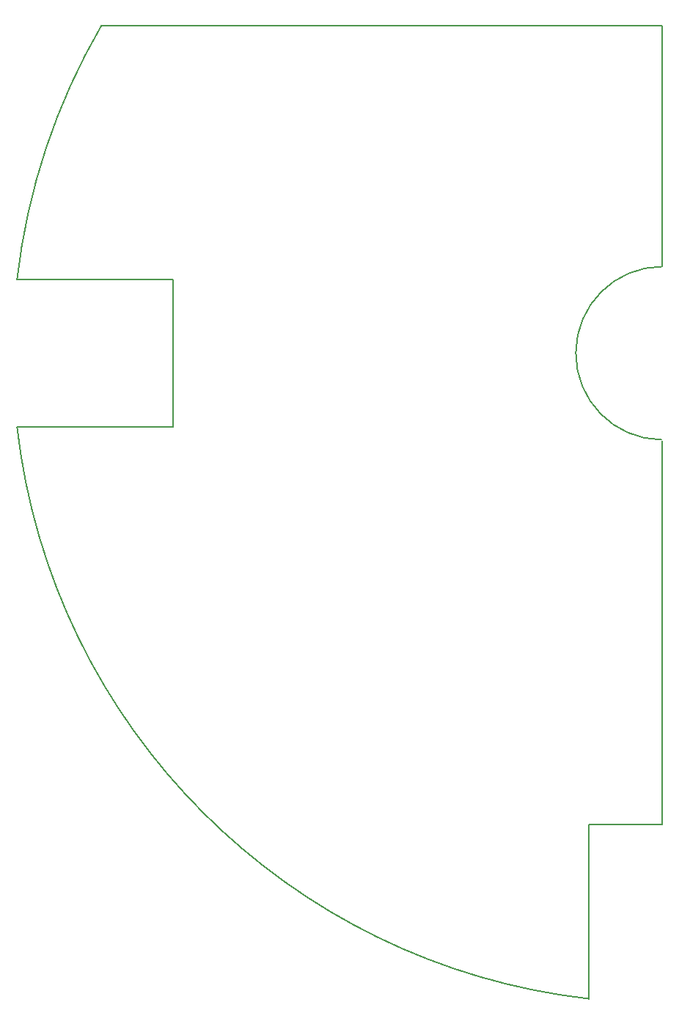
<source format=gm1>
G04 Layer_Color=16711935*
%FSLAX44Y44*%
%MOMM*%
G71*
G01*
G75*
%ADD39C,0.2000*%
D39*
X0Y100000D02*
G03*
X-990Y-99995I0J-100000D01*
G01*
X-647580Y378339D02*
G03*
X-745166Y85019I647580J-378339D01*
G01*
Y-85019D02*
G03*
X-84906Y-745178I745166J85019D01*
G01*
X-0Y100000D02*
Y378000D01*
X-565000Y-85000D02*
Y-0D01*
X-745000Y-85000D02*
X-565000D01*
X-0Y-544000D02*
Y-101000D01*
X-745000Y85000D02*
X-565000D01*
Y-0D02*
Y85000D01*
X-85000Y-544000D02*
X-0D01*
X-85000Y-745178D02*
Y-544000D01*
X-648000Y378000D02*
X-0D01*
M02*

</source>
